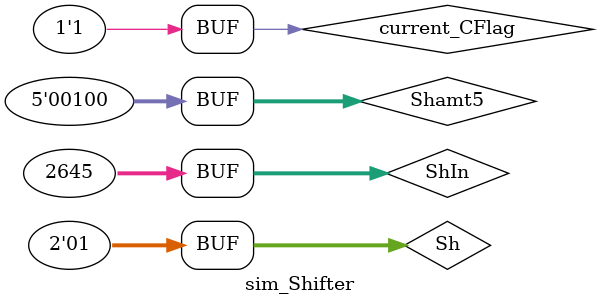
<source format=v>
`timescale 1ns / 1ps


module sim_Shifter(
    );
    
    reg [1:0] Sh;
    reg [4:0] Shamt5;
    reg [31:0] ShIn;
    reg current_CFlag;
    wire [31:0] ShOut;
    wire Shifter_carryOut;
    
    Shifter dut(Sh, Shamt5, ShIn, current_CFlag, ShOut, Shifter_carryOut);
    
    initial begin
        /**************************** LSL ****************************/
        ShIn = 32'h0A55_0000;  // 32'b0000_1010_0101_0101_....
        Sh = 2'b00;
        Shamt5 = 5'd5;
        current_CFlag = 1'b0;
            // Shifter_carryOut should be 1
        
        #20;
        /**************************** LSR ****************************/
        ShIn = 32'h0000_0A55;  // 32'b..._0000_1010_0101_0101
        Sh = 2'b01;
        Shamt5 = 5'd4;
        current_CFlag = 1'b1;
            // Shifter_carryOut should be 0         
    end
    
endmodule
</source>
